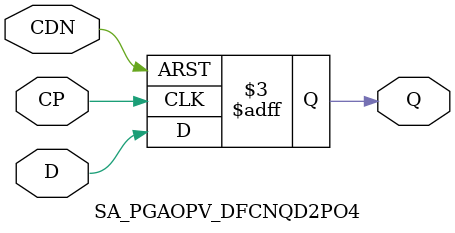
<source format=v>
module SA_PGAOPV_DFCNQD2PO4 (
  D
 ,CP
 ,CDN
 ,Q
 );
//---------------------------------------
//IO DECLARATIONS
input D ;
input CP ;
input CDN ;
output Q ;
reg Q;
always @(posedge CP or negedge CDN)
begin
    if(~CDN)
        Q <= 1'b0;
    else
        Q <= D;
end
endmodule

</source>
